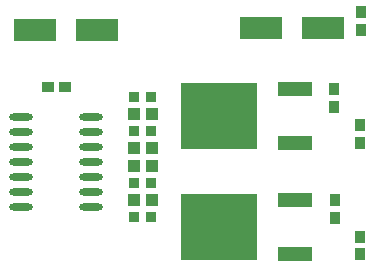
<source format=gtp>
G04*
G04 #@! TF.GenerationSoftware,Altium Limited,Altium Designer,22.5.1 (42)*
G04*
G04 Layer_Color=8421504*
%FSLAX44Y44*%
%MOMM*%
G71*
G04*
G04 #@! TF.SameCoordinates,A46AD673-58F9-48DA-A448-B45004F78B62*
G04*
G04*
G04 #@! TF.FilePolarity,Positive*
G04*
G01*
G75*
%ADD15O,2.0000X0.6000*%
%ADD16R,3.6000X1.8500*%
%ADD17R,1.0000X0.9500*%
%ADD18R,0.9500X1.0000*%
%ADD19R,1.0500X1.0000*%
%ADD20R,0.9500X0.9000*%
%ADD21R,6.4000X5.5500*%
%ADD22R,3.0000X1.2500*%
D15*
X68250Y77600D02*
D03*
Y64900D02*
D03*
Y52200D02*
D03*
Y39500D02*
D03*
Y26800D02*
D03*
Y14100D02*
D03*
Y1400D02*
D03*
X127750Y64900D02*
D03*
Y52200D02*
D03*
Y39500D02*
D03*
Y26800D02*
D03*
Y14100D02*
D03*
Y1400D02*
D03*
Y77600D02*
D03*
D16*
X79980Y152020D02*
D03*
X132480D02*
D03*
X324000Y152950D02*
D03*
X271500D02*
D03*
D17*
X106000Y103450D02*
D03*
X91000D02*
D03*
D18*
X356500Y166700D02*
D03*
Y151700D02*
D03*
X333470Y86520D02*
D03*
Y101520D02*
D03*
X355675Y70975D02*
D03*
Y55975D02*
D03*
X334220Y-7400D02*
D03*
Y7600D02*
D03*
X355300Y-23300D02*
D03*
Y-38300D02*
D03*
D19*
X179020Y36720D02*
D03*
X164520D02*
D03*
X179020Y51720D02*
D03*
X164520D02*
D03*
X179020Y7720D02*
D03*
X164520D02*
D03*
X179020Y80720D02*
D03*
X164520D02*
D03*
D20*
X164020Y22220D02*
D03*
X178520D02*
D03*
X164020Y66220D02*
D03*
X178520D02*
D03*
Y-6780D02*
D03*
X164020D02*
D03*
X178520Y95220D02*
D03*
X164020D02*
D03*
D21*
X235950Y-15300D02*
D03*
Y78700D02*
D03*
D22*
X300450Y7600D02*
D03*
Y-38200D02*
D03*
Y101600D02*
D03*
Y55800D02*
D03*
M02*

</source>
